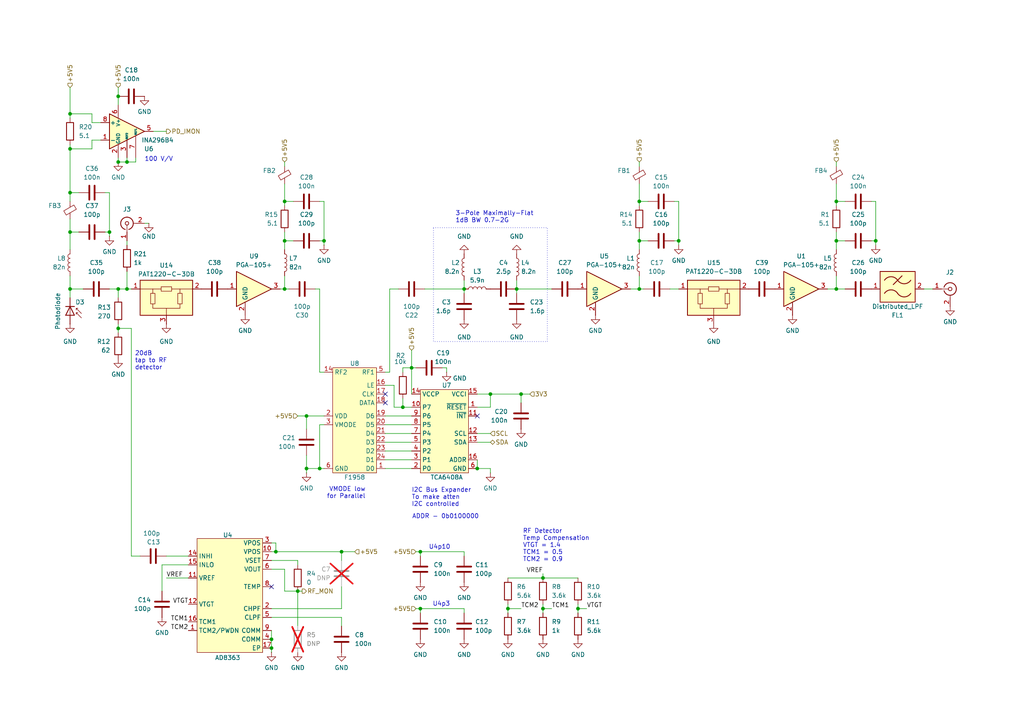
<source format=kicad_sch>
(kicad_sch (version 20250114) (generator "eeschema") (generator_version "9.0")
  (paper "A4")
  (title_block (title "FRX schematic") (date "2024-07-01") (rev "3") (company "Caltech") (comment 1 "Kiran Shila") (comment 2 "Drawing ASP-410") (comment 3 "DSA2000"))
  (rectangle (start 125.73 66.04) (end 158.75 99.06) (stroke (width 0) (type dot)))
  (text "U4p3" (at 128.016 175.26 0) (effects (font (size 1.27 1.27))))
  (text "20dB\ntap to RF\ndetector" (at 39.116 107.442 0) (effects (font (size 1.27 1.27)) (justify left bottom)))
  (text "I2C Bus Expander\nTo make atten\nI2C controlled" (at 119.38 147.066 0) (effects (font (size 1.27 1.27)) (justify left bottom)))
  (text "100 V/V" (at 41.91 46.99 0) (effects (font (size 1.27 1.27)) (justify left bottom)))
  (text "ADDR - 0b0100000" (at 138.938 150.622 0) (effects (font (size 1.27 1.27)) (justify right bottom)))
  (text "U4p10" (at 127.508 158.75 0) (effects (font (size 1.27 1.27))))
  (text "RF Detector\nTemp Compensation\nVTGT = 1.4\nTCM1 = 0.5\nTCM2 = 0.9" (at 151.638 163.068 0) (effects (font (size 1.27 1.27)) (justify left bottom)))
  (text "VMODE low\nfor Parallel" (at 106.045 144.78 0) (effects (font (size 1.27 1.27)) (justify right bottom)))
  (text "3-Pole Maximally-Flat\n1dB BW 0.7-2G" (at 132.08 64.77 0) (effects (font (size 1.27 1.27)) (justify left bottom)))
  (junction (at 34.29 27.94))
  (junction (at 82.55 83.82))
  (junction (at 185.42 58.42))
  (junction (at 134.62 83.82))
  (junction (at 20.32 67.31))
  (junction (at 20.32 33.02))
  (junction (at 20.32 43.18))
  (junction (at 254 69.85))
  (junction (at 20.32 55.88))
  (junction (at 34.29 46.99))
  (junction (at 147.32 176.53))
  (junction (at 242.57 58.42))
  (junction (at 185.42 69.85))
  (junction (at 34.29 83.82))
  (junction (at 80.01 160.02))
  (junction (at 149.86 83.82))
  (junction (at 242.57 83.82))
  (junction (at 82.55 58.42))
  (junction (at 92.71 135.89))
  (junction (at 34.29 95.25))
  (junction (at 142.24 114.3))
  (junction (at 31.75 67.31))
  (junction (at 36.83 46.99))
  (junction (at 36.83 83.82))
  (junction (at 78.74 185.42))
  (junction (at 88.9 120.65))
  (junction (at 196.85 69.85))
  (junction (at 88.9 135.89))
  (junction (at 185.42 83.82))
  (junction (at 167.64 176.53))
  (junction (at 78.74 187.96))
  (junction (at 82.55 69.85))
  (junction (at 20.32 83.82))
  (junction (at 93.98 69.85))
  (junction (at 242.57 69.85))
  (junction (at 157.48 176.53))
  (junction (at 121.92 176.53))
  (junction (at 121.92 160.02))
  (junction (at 116.84 118.11))
  (junction (at 138.43 135.89))
  (junction (at 151.13 114.3))
  (junction (at 119.38 106.68))
  (junction (at 157.48 167.64))
  (junction (at 99.06 160.02))
  (junction (at 86.36 171.45))
  (no_connect (at 78.74 170.18))
  (no_connect (at 111.76 114.3))
  (no_connect (at 111.76 116.84))
  (no_connect (at 138.43 120.65))
  (wire (pts (xy 20.32 67.31) (xy 20.32 72.39)))
  (wire (pts (xy 29.21 35.56) (xy 26.67 35.56)))
  (wire (pts (xy 185.42 67.31) (xy 185.42 69.85)))
  (wire (pts (xy 196.85 69.85) (xy 196.85 71.12)))
  (wire (pts (xy 121.92 160.02) (xy 121.92 161.29)))
  (wire (pts (xy 99.06 160.02) (xy 80.01 160.02)))
  (wire (pts (xy 185.42 69.85) (xy 187.96 69.85)))
  (wire (pts (xy 142.24 135.89) (xy 142.24 137.16)))
  (wire (pts (xy 88.9 135.89) (xy 88.9 137.16)))
  (wire (pts (xy 119.38 106.68) (xy 119.38 114.3)))
  (wire (pts (xy 78.74 189.23) (xy 78.74 187.96)))
  (wire (pts (xy 99.06 179.07) (xy 99.06 181.61)))
  (wire (pts (xy 99.06 176.53) (xy 99.06 170.18)))
  (wire (pts (xy 87.63 171.45) (xy 86.36 171.45)))
  (wire (pts (xy 82.55 69.85) (xy 85.09 69.85)))
  (wire (pts (xy 119.38 125.73) (xy 111.76 125.73)))
  (wire (pts (xy 120.65 106.68) (xy 119.38 106.68)))
  (wire (pts (xy 142.24 118.11) (xy 142.24 114.3)))
  (wire (pts (xy 138.43 118.11) (xy 142.24 118.11)))
  (wire (pts (xy 194.31 83.82) (xy 196.85 83.82)))
  (wire (pts (xy 185.42 46.99) (xy 185.42 48.26)))
  (wire (pts (xy 38.1 95.25) (xy 38.1 161.29)))
  (wire (pts (xy 167.64 175.26) (xy 167.64 176.53)))
  (wire (pts (xy 116.84 106.68) (xy 119.38 106.68)))
  (wire (pts (xy 120.65 176.53) (xy 121.92 176.53)))
  (wire (pts (xy 20.32 25.4) (xy 20.32 33.02)))
  (wire (pts (xy 270.51 83.82) (xy 267.97 83.82)))
  (wire (pts (xy 185.42 69.85) (xy 185.42 72.39)))
  (wire (pts (xy 129.54 106.68) (xy 128.27 106.68)))
  (wire (pts (xy 119.38 135.89) (xy 111.76 135.89)))
  (wire (pts (xy 20.32 63.5) (xy 20.32 67.31)))
  (wire (pts (xy 114.3 118.11) (xy 114.3 111.76)))
  (wire (pts (xy 20.32 33.02) (xy 20.32 34.29)))
  (wire (pts (xy 82.55 67.31) (xy 82.55 69.85)))
  (wire (pts (xy 138.43 114.3) (xy 142.24 114.3)))
  (wire (pts (xy 119.38 118.11) (xy 116.84 118.11)))
  (wire (pts (xy 34.29 83.82) (xy 34.29 86.36)))
  (wire (pts (xy 119.38 128.27) (xy 111.76 128.27)))
  (wire (pts (xy 54.61 167.64) (xy 48.26 167.64)))
  (wire (pts (xy 167.64 176.53) (xy 170.18 176.53)))
  (wire (pts (xy 157.48 175.26) (xy 157.48 176.53)))
  (wire (pts (xy 91.44 83.82) (xy 92.71 83.82)))
  (wire (pts (xy 20.32 83.82) (xy 24.13 83.82)))
  (wire (pts (xy 44.45 38.1) (xy 48.26 38.1)))
  (wire (pts (xy 88.9 120.65) (xy 88.9 124.46)))
  (wire (pts (xy 129.54 106.68) (xy 129.54 107.95)))
  (wire (pts (xy 39.37 45.72) (xy 39.37 46.99)))
  (wire (pts (xy 120.65 160.02) (xy 121.92 160.02)))
  (wire (pts (xy 242.57 69.85) (xy 242.57 72.39)))
  (wire (pts (xy 185.42 80.01) (xy 185.42 83.82)))
  (wire (pts (xy 92.71 69.85) (xy 93.98 69.85)))
  (wire (pts (xy 78.74 182.88) (xy 78.74 185.42)))
  (wire (pts (xy 134.62 176.53) (xy 134.62 177.8)))
  (wire (pts (xy 134.62 83.82) (xy 134.62 85.09)))
  (wire (pts (xy 20.32 55.88) (xy 22.86 55.88)))
  (wire (pts (xy 30.48 55.88) (xy 31.75 55.88)))
  (wire (pts (xy 93.98 135.89) (xy 92.71 135.89)))
  (wire (pts (xy 121.92 160.02) (xy 134.62 160.02)))
  (wire (pts (xy 254 69.85) (xy 254 71.12)))
  (wire (pts (xy 153.67 114.3) (xy 151.13 114.3)))
  (wire (pts (xy 147.32 176.53) (xy 151.13 176.53)))
  (wire (pts (xy 29.21 40.64) (xy 26.67 40.64)))
  (wire (pts (xy 26.67 40.64) (xy 26.67 43.18)))
  (wire (pts (xy 30.48 67.31) (xy 31.75 67.31)))
  (wire (pts (xy 138.43 133.35) (xy 138.43 135.89)))
  (wire (pts (xy 39.37 46.99) (xy 36.83 46.99)))
  (wire (pts (xy 114.3 111.76) (xy 111.76 111.76)))
  (wire (pts (xy 119.38 123.19) (xy 111.76 123.19)))
  (wire (pts (xy 36.83 46.99) (xy 34.29 46.99)))
  (wire (pts (xy 196.85 58.42) (xy 196.85 69.85)))
  (wire (pts (xy 34.29 93.98) (xy 34.29 95.25)))
  (wire (pts (xy 138.43 128.27) (xy 142.24 128.27)))
  (wire (pts (xy 185.42 58.42) (xy 187.96 58.42)))
  (wire (pts (xy 86.36 171.45) (xy 82.55 171.45)))
  (wire (pts (xy 113.03 83.82) (xy 115.57 83.82)))
  (wire (pts (xy 26.67 33.02) (xy 20.32 33.02)))
  (wire (pts (xy 138.43 125.73) (xy 142.24 125.73)))
  (wire (pts (xy 93.98 120.65) (xy 88.9 120.65)))
  (wire (pts (xy 157.48 167.64) (xy 167.64 167.64)))
  (wire (pts (xy 82.55 83.82) (xy 83.82 83.82)))
  (wire (pts (xy 92.71 123.19) (xy 92.71 135.89)))
  (wire (pts (xy 20.32 83.82) (xy 20.32 86.36)))
  (wire (pts (xy 86.36 162.56) (xy 78.74 162.56)))
  (wire (pts (xy 92.71 58.42) (xy 93.98 58.42)))
  (wire (pts (xy 102.87 160.02) (xy 99.06 160.02)))
  (wire (pts (xy 121.92 176.53) (xy 121.92 177.8)))
  (wire (pts (xy 121.92 176.53) (xy 134.62 176.53)))
  (wire (pts (xy 34.29 45.72) (xy 34.29 46.99)))
  (wire (pts (xy 41.91 64.77) (xy 43.18 64.77)))
  (wire (pts (xy 242.57 58.42) (xy 245.11 58.42)))
  (wire (pts (xy 92.71 83.82) (xy 92.71 107.95)))
  (wire (pts (xy 167.64 176.53) (xy 167.64 177.8)))
  (wire (pts (xy 86.36 171.45) (xy 86.36 181.61)))
  (wire (pts (xy 252.73 58.42) (xy 254 58.42)))
  (wire (pts (xy 147.32 175.26) (xy 147.32 176.53)))
  (wire (pts (xy 242.57 83.82) (xy 245.11 83.82)))
  (wire (pts (xy 138.43 135.89) (xy 142.24 135.89)))
  (wire (pts (xy 119.38 101.6) (xy 119.38 106.68)))
  (wire (pts (xy 185.42 58.42) (xy 185.42 59.69)))
  (wire (pts (xy 92.71 107.95) (xy 93.98 107.95)))
  (wire (pts (xy 80.01 157.48) (xy 80.01 160.02)))
  (wire (pts (xy 182.88 83.82) (xy 185.42 83.82)))
  (wire (pts (xy 99.06 179.07) (xy 78.74 179.07)))
  (wire (pts (xy 252.73 69.85) (xy 254 69.85)))
  (wire (pts (xy 31.75 55.88) (xy 31.75 67.31)))
  (wire (pts (xy 36.83 45.72) (xy 36.83 46.99)))
  (wire (pts (xy 82.55 165.1) (xy 78.74 165.1)))
  (wire (pts (xy 113.03 107.95) (xy 111.76 107.95)))
  (wire (pts (xy 34.29 95.25) (xy 34.29 96.52)))
  (wire (pts (xy 242.57 67.31) (xy 242.57 69.85)))
  (wire (pts (xy 151.13 114.3) (xy 151.13 116.84)))
  (wire (pts (xy 38.1 161.29) (xy 40.64 161.29)))
  (wire (pts (xy 240.03 83.82) (xy 242.57 83.82)))
  (wire (pts (xy 113.03 107.95) (xy 113.03 83.82)))
  (wire (pts (xy 242.57 80.01) (xy 242.57 83.82)))
  (wire (pts (xy 20.32 43.18) (xy 20.32 55.88)))
  (wire (pts (xy 82.55 165.1) (xy 82.55 171.45)))
  (wire (pts (xy 88.9 132.08) (xy 88.9 135.89)))
  (wire (pts (xy 123.19 83.82) (xy 134.62 83.82)))
  (wire (pts (xy 147.32 176.53) (xy 147.32 177.8)))
  (wire (pts (xy 82.55 53.34) (xy 82.55 58.42)))
  (wire (pts (xy 26.67 35.56) (xy 26.67 33.02)))
  (wire (pts (xy 82.55 46.99) (xy 82.55 48.26)))
  (wire (pts (xy 119.38 130.81) (xy 111.76 130.81)))
  (wire (pts (xy 195.58 69.85) (xy 196.85 69.85)))
  (wire (pts (xy 134.62 160.02) (xy 134.62 161.29)))
  (wire (pts (xy 160.02 176.53) (xy 157.48 176.53)))
  (wire (pts (xy 31.75 83.82) (xy 34.29 83.82)))
  (wire (pts (xy 147.32 167.64) (xy 157.48 167.64)))
  (wire (pts (xy 38.1 83.82) (xy 36.83 83.82)))
  (wire (pts (xy 20.32 41.91) (xy 20.32 43.18)))
  (wire (pts (xy 195.58 58.42) (xy 196.85 58.42)))
  (wire (pts (xy 31.75 67.31) (xy 31.75 68.58)))
  (wire (pts (xy 93.98 69.85) (xy 93.98 71.12)))
  (wire (pts (xy 22.86 67.31) (xy 20.32 67.31)))
  (wire (pts (xy 119.38 133.35) (xy 111.76 133.35)))
  (wire (pts (xy 46.99 163.83) (xy 46.99 171.45)))
  (wire (pts (xy 242.57 69.85) (xy 245.11 69.85)))
  (wire (pts (xy 242.57 58.42) (xy 242.57 59.69)))
  (wire (pts (xy 82.55 69.85) (xy 82.55 72.39)))
  (wire (pts (xy 48.26 161.29) (xy 54.61 161.29)))
  (wire (pts (xy 185.42 53.34) (xy 185.42 58.42)))
  (wire (pts (xy 36.83 69.85) (xy 36.83 71.12)))
  (wire (pts (xy 78.74 157.48) (xy 80.01 157.48)))
  (wire (pts (xy 149.86 83.82) (xy 149.86 85.09)))
  (wire (pts (xy 88.9 120.65) (xy 86.36 120.65)))
  (wire (pts (xy 151.13 114.3) (xy 142.24 114.3)))
  (wire (pts (xy 36.83 78.74) (xy 36.83 83.82)))
  (wire (pts (xy 149.86 83.82) (xy 160.02 83.82)))
  (wire (pts (xy 149.86 81.28) (xy 149.86 83.82)))
  (wire (pts (xy 92.71 135.89) (xy 88.9 135.89)))
  (wire (pts (xy 242.57 46.99) (xy 242.57 48.26)))
  (wire (pts (xy 116.84 106.68) (xy 116.84 107.95)))
  (wire (pts (xy 82.55 58.42) (xy 85.09 58.42)))
  (wire (pts (xy 34.29 27.94) (xy 34.29 30.48)))
  (wire (pts (xy 46.99 163.83) (xy 54.61 163.83)))
  (wire (pts (xy 242.57 53.34) (xy 242.57 58.42)))
  (wire (pts (xy 157.48 176.53) (xy 157.48 177.8)))
  (wire (pts (xy 116.84 118.11) (xy 114.3 118.11)))
  (wire (pts (xy 81.28 83.82) (xy 82.55 83.82)))
  (wire (pts (xy 80.01 160.02) (xy 78.74 160.02)))
  (wire (pts (xy 20.32 80.01) (xy 20.32 83.82)))
  (wire (pts (xy 34.29 95.25) (xy 38.1 95.25)))
  (wire (pts (xy 134.62 81.28) (xy 134.62 83.82)))
  (wire (pts (xy 82.55 58.42) (xy 82.55 59.69)))
  (wire (pts (xy 93.98 58.42) (xy 93.98 69.85)))
  (wire (pts (xy 78.74 185.42) (xy 78.74 187.96)))
  (wire (pts (xy 86.36 163.83) (xy 86.36 162.56)))
  (wire (pts (xy 116.84 115.57) (xy 116.84 118.11)))
  (wire (pts (xy 254 58.42) (xy 254 69.85)))
  (wire (pts (xy 78.74 176.53) (xy 99.06 176.53)))
  (wire (pts (xy 34.29 25.4) (xy 34.29 27.94)))
  (wire (pts (xy 185.42 83.82) (xy 186.69 83.82)))
  (wire (pts (xy 99.06 162.56) (xy 99.06 160.02)))
  (wire (pts (xy 119.38 120.65) (xy 111.76 120.65)))
  (wire (pts (xy 20.32 55.88) (xy 20.32 58.42)))
  (wire (pts (xy 93.98 123.19) (xy 92.71 123.19)))
  (wire (pts (xy 26.67 43.18) (xy 20.32 43.18)))
  (wire (pts (xy 157.48 166.37) (xy 157.48 167.64)))
  (wire (pts (xy 34.29 83.82) (xy 36.83 83.82)))
  (wire (pts (xy 82.55 80.01) (xy 82.55 83.82)))
  (label "TCM1" (at 160.02 176.53 0))
  (label "VTGT" (at 170.18 176.53 0))
  (label "VTGT" (at 54.61 175.26 180))
  (label "VREF" (at 157.48 166.37 180))
  (label "TCM1" (at 54.61 180.34 180))
  (label "VREF" (at 48.26 167.64 0))
  (label "TCM2" (at 54.61 182.88 180))
  (label "TCM2" (at 151.13 176.53 0))
  (hierarchical_label "+5V5" (shape input) (at 119.38 101.6 90))
  (hierarchical_label "+5V5" (shape input) (at 185.42 46.99 90))
  (hierarchical_label "+5V5" (shape input) (at 82.55 46.99 90))
  (hierarchical_label "3V3" (shape input) (at 153.67 114.3 0))
  (hierarchical_label "+5V5" (shape input) (at 120.65 160.02 180))
  (hierarchical_label "+5V5" (shape input) (at 102.87 160.02 0))
  (hierarchical_label "+5V5" (shape input) (at 86.36 120.65 180))
  (hierarchical_label "SCL" (shape input) (at 142.24 125.73 0))
  (hierarchical_label "+5V5" (shape input) (at 120.65 176.53 180))
  (hierarchical_label "RF_MON" (shape output) (at 87.63 171.45 0))
  (hierarchical_label "+5V5" (shape input) (at 34.29 25.4 90))
  (hierarchical_label "PD_IMON" (shape output) (at 48.26 38.1 0))
  (hierarchical_label "+5V5" (shape input) (at 242.57 46.99 90))
  (hierarchical_label "SDA" (shape bidirectional) (at 142.24 128.27 0))
  (hierarchical_label "+5V5" (shape input) (at 20.32 25.4 90))
  (symbol (lib_id "Device:R") (at 34.29 90.17 180) (unit 1)
    (property "Reference" "R13" (at 30.226 89.154 0))
    (property "Value" "270" (at 30.226 91.694 0))
    (property "Footprint" "Resistor_SMD:R_0402_1005Metric" (effects (hide yes)))
    (property "Description" "Resistor" (effects (hide yes)))
    (property "MPN" "RC0402FR-07270RL" (effects (hide yes)))
    (instances (project "frx" (path "" (reference "R13") (unit 1))) (project "ftx" (path "" (reference "R7") (unit 1))))
  )
  (symbol (lib_id "Device:R") (at 185.42 63.5 0) (mirror y) (unit 1)
    (property "Reference" "R14" (at 183.515 62.23 0) (effects (justify left)))
    (property "Value" "5.1" (at 183.515 64.77 0) (effects (justify left)))
    (property "Footprint" "Resistor_SMD:R_0402_1005Metric" (effects (hide yes)))
    (property "Description" "Resistor" (effects (hide yes)))
    (property "MPN" "ERJ-2GEJ5R1X" (effects (hide yes)))
    (instances (project "frx" (path "" (reference "R14") (unit 1))) (project "ftx" (path "" (reference "R26") (unit 1))))
  )
  (symbol (lib_id "power:GND") (at 254 71.12 0) (unit 1)
    (property "Reference" "#PWR041" (effects (hide yes)))
    (property "Value" "GND" (at 254 75.565 0))
    (property "Description" "Power symbol creates a global label with name \"GND\" , ground" (effects (hide yes)))
    (instances (project "frx" (path "" (reference "#PWR041") (unit 1))) (project "ftx" (path "" (reference "#PWR028") (unit 1))))
  )
  (symbol (lib_id "Device:R") (at 147.32 171.45 0) (unit 1)
    (property "Reference" "R6" (at 149.86 170.18 0) (effects (justify left)))
    (property "Value" "5.6k" (at 149.86 172.72 0) (effects (justify left)))
    (property "Footprint" "Resistor_SMD:R_0402_1005Metric" (effects (hide yes)))
    (property "Description" "Resistor" (effects (hide yes)))
    (property "MPN" "RC0402FR-075K6L" (effects (hide yes)))
    (instances (project "frx" (path "" (reference "R6") (unit 1))) (project "ftx" (path "" (reference "R33") (unit 1)) (path "" (reference "R9") (unit 1))))
  )
  (symbol (lib_id "power:GND") (at 121.92 185.42 0) (unit 1)
    (property "Reference" "#PWR019" (effects (hide yes)))
    (property "Value" "GND" (at 121.92 189.865 0))
    (property "Description" "Power symbol creates a global label with name \"GND\" , ground" (effects (hide yes)))
    (instances (project "frx" (path "" (reference "#PWR019") (unit 1))) (project "ftx" (path "" (reference "#PWR024") (unit 1))))
  )
  (symbol (lib_id "power:GND") (at 275.59 88.9 0) (unit 1)
    (property "Reference" "#PWR037" (effects (hide yes)))
    (property "Value" "GND" (at 275.59 93.345 0))
    (property "Description" "Power symbol creates a global label with name \"GND\" , ground" (effects (hide yes)))
    (instances (project "frx" (path "" (reference "#PWR037") (unit 1))) (project "ftx" (path "" (reference "#PWR022") (unit 1))))
  )
  (symbol (lib_id "power:GND") (at 134.62 92.71 0) (unit 1)
    (property "Reference" "#PWR01" (effects (hide yes)))
    (property "Value" "GND" (at 134.62 97.79 0))
    (property "Description" "Power symbol creates a global label with name \"GND\" , ground" (effects (hide yes)))
  )
  (symbol (lib_id "power:GND") (at 229.87 91.44 0) (unit 1)
    (property "Reference" "#PWR040" (effects (hide yes)))
    (property "Value" "GND" (at 229.87 95.885 0))
    (property "Description" "Power symbol creates a global label with name \"GND\" , ground" (effects (hide yes)))
    (instances (project "frx" (path "" (reference "#PWR040") (unit 1))) (project "ftx" (path "" (reference "#PWR022") (unit 1))))
  )
  (symbol (lib_id "Device:L") (at 134.62 77.47 0) (mirror y) (unit 1)
    (property "Reference" "L2" (at 133.35 76.2 0) (effects (justify left)))
    (property "Value" "8.2n" (at 133.35 78.74 0) (effects (justify left)))
    (property "Footprint" "Inductor_SMD:L_0402_1005Metric" (effects (hide yes)))
    (property "Datasheet" "https://search.murata.co.jp/Ceramy/image/img/P02/JELF243A-0050.pdf" (effects (hide yes)))
    (property "Description" "Inductor" (effects (hide yes)))
    (property "MPN" "LQW15AN8N2G00D" (effects (hide yes)))
  )
  (symbol (lib_id "Device:C") (at 26.67 55.88 90) (unit 1)
    (property "Reference" "C36" (at 26.67 48.895 90))
    (property "Value" "100n" (at 26.67 51.435 90))
    (property "Footprint" "Capacitor_SMD:C_0402_1005Metric" (effects (hide yes)))
    (property "Description" "Unpolarized capacitor" (effects (hide yes)))
    (property "MPN" "CL05B104KP5NNNC" (effects (hide yes)))
    (instances (project "frx" (path "" (reference "C36") (unit 1))) (project "ftx" (path "" (reference "C43") (unit 1))))
  )
  (symbol (lib_id "power:GND") (at 149.86 92.71 0) (unit 1)
    (property "Reference" "#PWR011" (effects (hide yes)))
    (property "Value" "GND" (at 149.86 97.79 0))
    (property "Description" "Power symbol creates a global label with name \"GND\" , ground" (effects (hide yes)))
  )
  (symbol (lib_id "Device:R") (at 157.48 171.45 0) (unit 1)
    (property "Reference" "R8" (at 160.02 170.18 0) (effects (justify left)))
    (property "Value" "3.6k" (at 160.02 172.72 0) (effects (justify left)))
    (property "Footprint" "Resistor_SMD:R_0402_1005Metric" (effects (hide yes)))
    (property "Description" "Resistor" (effects (hide yes)))
    (property "MPN" "RC0402FR-073K6L" (effects (hide yes)))
    (instances (project "frx" (path "" (reference "R8") (unit 1))) (project "ftx" (path "" (reference "R33") (unit 1)) (path "" (reference "R37") (unit 1))))
  )
  (symbol (lib_id "Device:C") (at 121.92 181.61 0) (unit 1)
    (property "Reference" "C10" (at 125.73 180.34 0) (effects (justify left)))
    (property "Value" "100n" (at 125.73 182.88 0) (effects (justify left)))
    (property "Footprint" "Capacitor_SMD:C_0402_1005Metric" (effects (hide yes)))
    (property "Description" "Unpolarized capacitor" (effects (hide yes)))
    (property "MPN" "CL05B104KP5NNNC" (effects (hide yes)))
    (instances (project "frx" (path "" (reference "C10") (unit 1))) (project "ftx" (path "" (reference "C20") (unit 1))))
  )
  (symbol (lib_id "Device:C") (at 248.92 69.85 90) (unit 1)
    (property "Reference" "C25" (at 248.92 62.23 90))
    (property "Value" "100p" (at 248.92 64.77 90))
    (property "Footprint" "Capacitor_SMD:C_0402_1005Metric" (effects (hide yes)))
    (property "Description" "Unpolarized capacitor" (effects (hide yes)))
    (property "MPN" "CBR04C101J3GAC" (effects (hide yes)))
    (instances (project "frx" (path "" (reference "C25") (unit 1))) (project "ftx" (path "" (reference "C14") (unit 1))))
  )
  (symbol (lib_id "Device:C") (at 99.06 185.42 0) (unit 1)
    (property "Reference" "C8" (at 102.87 184.15 0) (effects (justify left)))
    (property "Value" "100n" (at 102.87 186.69 0) (effects (justify left)))
    (property "Footprint" "Capacitor_SMD:C_0402_1005Metric" (effects (hide yes)))
    (property "Description" "Unpolarized capacitor" (effects (hide yes)))
    (property "MPN" "CL05B104KP5NNNC" (effects (hide yes)))
    (instances (project "frx" (path "" (reference "C8") (unit 1))) (project "ftx" (path "" (reference "C16") (unit 1))))
  )
  (symbol (lib_id "power:GND") (at 151.13 124.46 0) (mirror y) (unit 1)
    (property "Reference" "#PWR034" (effects (hide yes)))
    (property "Value" "GND" (at 151.13 128.905 0))
    (property "Description" "Power symbol creates a global label with name \"GND\" , ground" (effects (hide yes)))
    (instances (project "frx" (path "" (reference "#PWR034") (unit 1))) (project "ftx" (path "" (reference "#PWR070") (unit 1))))
  )
  (symbol (lib_id "Device:C") (at 27.94 83.82 90) (unit 1)
    (property "Reference" "C35" (at 27.94 76.2 90))
    (property "Value" "100p" (at 27.94 78.74 90))
    (property "Footprint" "Capacitor_SMD:C_0402_1005Metric" (effects (hide yes)))
    (property "Description" "Unpolarized capacitor" (effects (hide yes)))
    (property "MPN" "CBR04C101J3GAC" (effects (hide yes)))
    (instances (project "frx" (path "" (reference "C35") (unit 1))) (project "ftx" (path "" (reference "C15") (unit 1))))
  )
  (symbol (lib_id "Connector:Conn_Coaxial") (at 36.83 64.77 90) (unit 1)
    (property "Reference" "J3" (at 36.83 60.706 90))
    (property "Value" "Conn_Coaxial" (effects (hide yes)))
    (property "Footprint" "DSA2K:SMP_EdgeMount_PE44482" (effects (hide yes)))
    (property "Description" "coaxial connector (BNC, SMA, SMB, SMC, Cinch/RCA, LEMO, ...)" (effects (hide yes)))
    (property "MPN" "PE44482" (effects (hide yes)))
  )
  (symbol (lib_id "Device:C") (at 190.5 83.82 90) (unit 1)
    (property "Reference" "C17" (at 190.5 76.2 90))
    (property "Value" "100p" (at 190.5 78.74 90))
    (property "Footprint" "Capacitor_SMD:C_0402_1005Metric" (effects (hide yes)))
    (property "Description" "Unpolarized capacitor" (effects (hide yes)))
    (property "MPN" "CBR04C101J3GAC" (effects (hide yes)))
    (instances (project "frx" (path "" (reference "C17") (unit 1))) (project "ftx" (path "" (reference "C15") (unit 1))))
  )
  (symbol (lib_id "Device:C") (at 121.92 165.1 0) (unit 1)
    (property "Reference" "C9" (at 125.73 163.83 0) (effects (justify left)))
    (property "Value" "100n" (at 125.73 166.37 0) (effects (justify left)))
    (property "Footprint" "Capacitor_SMD:C_0402_1005Metric" (effects (hide yes)))
    (property "Description" "Unpolarized capacitor" (effects (hide yes)))
    (property "MPN" "CL05B104KP5NNNC" (effects (hide yes)))
    (instances (project "frx" (path "" (reference "C9") (unit 1))) (project "ftx" (path "" (reference "C10") (unit 1))))
  )
  (symbol (lib_id "Device:C") (at 163.83 83.82 90) (unit 1)
    (property "Reference" "C27" (at 163.83 76.2 90))
    (property "Value" "100p" (at 163.83 78.74 90))
    (property "Footprint" "Capacitor_SMD:C_0402_1005Metric" (effects (hide yes)))
    (property "Description" "Unpolarized capacitor" (effects (hide yes)))
    (property "MPN" "CBR04C101J3GAC" (effects (hide yes)))
    (instances (project "frx" (path "" (reference "C27") (unit 1))) (project "ftx" (path "" (reference "C15") (unit 1))))
  )
  (symbol (lib_id "power:GND") (at 41.91 27.94 0) (mirror y) (unit 1)
    (property "Reference" "#PWR032" (effects (hide yes)))
    (property "Value" "GND" (at 41.91 32.385 0))
    (property "Description" "Power symbol creates a global label with name \"GND\" , ground" (effects (hide yes)))
    (instances (project "frx" (path "" (reference "#PWR032") (unit 1))) (project "ftx" (path "" (reference "#PWR060") (unit 1)) (path "" (reference "#PWR069") (unit 1))))
  )
  (symbol (lib_id "Device:R") (at 86.36 185.42 0) (unit 1) (in_bom no) (dnp yes)
    (property "Reference" "R5" (at 88.9 184.15 0) (effects (justify left)))
    (property "Value" "DNP" (at 88.9 186.69 0) (effects (justify left)))
    (property "Footprint" "Resistor_SMD:R_0402_1005Metric" (effects (hide yes)))
    (property "Description" "Resistor" (effects (hide yes)))
    (property "MPN" "-" (effects (hide yes)))
    (instances (project "frx" (path "" (reference "R5") (unit 1))) (project "ftx" (path "" (reference "R40") (unit 1))))
  )
  (symbol (lib_id "Device:C") (at 134.62 165.1 180) (unit 1)
    (property "Reference" "C11" (at 137.795 163.83 0) (effects (justify right)))
    (property "Value" "100p" (at 137.795 166.37 0) (effects (justify right)))
    (property "Footprint" "Capacitor_SMD:C_0402_1005Metric" (effects (hide yes)))
    (property "Description" "Unpolarized capacitor" (effects (hide yes)))
    (property "MPN" "CBR04C101J3GAC" (effects (hide yes)))
    (instances (project "frx" (path "" (reference "C11") (unit 1))) (project "ftx" (path "" (reference "C17") (unit 1))))
  )
  (symbol (lib_id "Device:C") (at 220.98 83.82 90) (unit 1)
    (property "Reference" "C39" (at 220.98 76.2 90))
    (property "Value" "100p" (at 220.98 78.74 90))
    (property "Footprint" "Capacitor_SMD:C_0402_1005Metric" (effects (hide yes)))
    (property "Description" "Unpolarized capacitor" (effects (hide yes)))
    (property "MPN" "CBR04C101J3GAC" (effects (hide yes)))
    (instances (project "frx" (path "" (reference "C39") (unit 1))) (project "ftx" (path "" (reference "C15") (unit 1))))
  )
  (symbol (lib_id "power:GND") (at 121.92 168.91 0) (unit 1)
    (property "Reference" "#PWR018" (effects (hide yes)))
    (property "Value" "GND" (at 121.92 173.355 0))
    (property "Description" "Power symbol creates a global label with name \"GND\" , ground" (effects (hide yes)))
  )
  (symbol (lib_id "power:GND") (at 172.72 91.44 0) (unit 1)
    (property "Reference" "#PWR029" (effects (hide yes)))
    (property "Value" "GND" (at 172.72 95.885 0))
    (property "Description" "Power symbol creates a global label with name \"GND\" , ground" (effects (hide yes)))
    (instances (project "frx" (path "" (reference "#PWR029") (unit 1))) (project "ftx" (path "" (reference "#PWR022") (unit 1))))
  )
  (symbol (lib_id "Device:FerriteBead_Small") (at 242.57 50.8 0) (mirror y) (unit 1)
    (property "Reference" "FB4" (at 240.03 49.4919 0) (effects (justify left)))
    (property "Value" "BLM15PG100SN1D" (effects (hide yes)))
    (property "Footprint" "Inductor_SMD:L_0402_1005Metric" (effects (hide yes)))
    (property "Datasheet" "https://www.murata.com/en-us/products/productdata/8796740059166/ENFA0018.pdf" (effects (hide yes)))
    (property "Description" "Ferrite bead, small symbol" (effects (hide yes)))
    (property "MPN" "BLM15PG100SN1D" (effects (hide yes)))
    (instances (project "frx" (path "" (reference "FB4") (unit 1))) (project "ftx" (path "" (reference "FB3") (unit 1))))
  )
  (symbol (lib_id "power:GND") (at 48.26 93.98 0) (unit 1)
    (property "Reference" "#PWR052" (effects (hide yes)))
    (property "Value" "GND" (at 48.26 99.06 0))
    (property "Description" "Power symbol creates a global label with name \"GND\" , ground" (effects (hide yes)))
  )
  (symbol (lib_id "DSA2K:AD8363") (at 66.04 171.45 0) (unit 1)
    (property "Reference" "U4" (at 66.04 155.194 0))
    (property "Value" "AD8363" (at 66.04 190.754 0))
    (property "Footprint" "Package_CSP:Analog_LFCSP-16-1EP_4x4mm_P0.65mm_EP2.35x2.35mm_ThermalVias" (effects (hide yes)))
    (property "Datasheet" "https://www.analog.com/media/en/technical-documentation/data-sheets/AD8363.pdf" (effects (hide yes)))
    (property "Description" "50 Hz to 6 GHz 50 dB TruPwr™ Detector" (effects (hide yes)))
    (property "MPN" "AD8363ACPZ-R7" (effects (hide yes)))
    (instances (project "frx" (path "" (reference "U4") (unit 1))) (project "ftx" (path "" (reference "U8") (unit 1))))
  )
  (symbol (lib_id "Device:R") (at 34.29 100.33 0) (mirror y) (unit 1)
    (property "Reference" "R12" (at 32.004 99.06 0) (effects (justify left)))
    (property "Value" "62" (at 32.004 101.6 0) (effects (justify left)))
    (property "Footprint" "Resistor_SMD:R_0402_1005Metric" (effects (hide yes)))
    (property "Description" "Resistor" (effects (hide yes)))
    (property "MPN" "RC0402FR-0762RL" (effects (hide yes)))
    (instances (project "frx" (path "" (reference "R12") (unit 1))) (project "ftx" (path "" (reference "R25") (unit 1))))
  )
  (symbol (lib_id "RF:PAT1220-C-3DB") (at 207.01 86.36 0) (unit 1)
    (property "Reference" "U15" (at 207.01 76.2 0))
    (property "Value" "PAT1220-C-3DB" (at 207.01 78.74 0))
    (property "Footprint" "DSA2K:RF_Attenuator_Susumu_PAT1220" (effects (hide yes)))
    (property "Datasheet" "https://www.susumu.co.jp/common/pdf/n_catalog_partition16_en.pdf" (effects (hide yes)))
    (property "Description" "10GHz RF Attenuator, 50ohm Matched Impedance, 3dB Attenuation, PAT1220" (effects (hide yes)))
    (property "MPN" "PAT1220-C-3DB-T5" (effects (hide yes)))
  )
  (symbol (lib_id "RF:PAT1220-C-3DB") (at 48.26 86.36 0) (unit 1)
    (property "Reference" "U14" (at 48.26 76.962 0))
    (property "Value" "PAT1220-C-3DB" (at 48.26 79.502 0))
    (property "Footprint" "DSA2K:RF_Attenuator_Susumu_PAT1220" (effects (hide yes)))
    (property "Datasheet" "https://www.susumu.co.jp/common/pdf/n_catalog_partition16_en.pdf" (effects (hide yes)))
    (property "Description" "10GHz RF Attenuator, 50ohm Matched Impedance, 3dB Attenuation, PAT1220" (effects (hide yes)))
    (property "MPN" "PAT1220-C-3DB-T5" (effects (hide yes)))
  )
  (symbol (lib_id "power:GND") (at 31.75 68.58 0) (unit 1)
    (property "Reference" "#PWR050" (effects (hide yes)))
    (property "Value" "GND" (at 31.75 73.025 0))
    (property "Description" "Power symbol creates a global label with name \"GND\" , ground" (effects (hide yes)))
    (instances (project "frx" (path "" (reference "#PWR050") (unit 1))) (project "ftx" (path "" (reference "#PWR028") (unit 1))))
  )
  (symbol (lib_id "Device:R") (at 20.32 38.1 0) (unit 1)
    (property "Reference" "R20" (at 22.86 36.83 0) (effects (justify left)))
    (property "Value" "5.1" (at 22.86 39.37 0) (effects (justify left)))
    (property "Footprint" "Resistor_SMD:R_0402_1005Metric" (effects (hide yes)))
    (property "Description" "Resistor" (effects (hide yes)))
    (property "MPN" "RC0402FR-075R1L" (effects (hide yes)))
  )
  (symbol (lib_id "Device:C") (at 119.38 83.82 90) (mirror x) (unit 1)
    (property "Reference" "C22" (at 119.38 91.44 90))
    (property "Value" "100p" (at 119.38 88.9 90))
    (property "Footprint" "Capacitor_SMD:C_0402_1005Metric" (effects (hide yes)))
    (property "Description" "Unpolarized capacitor" (effects (hide yes)))
    (property "MPN" "CBR04C101J3GAC" (effects (hide yes)))
    (instances (project "frx" (path "" (reference "C22") (unit 1))) (project "ftx" (path "" (reference "C15") (unit 1))))
  )
  (symbol (lib_id "DSA2K:INA296B4") (at 36.83 38.1 0) (unit 1)
    (property "Reference" "U6" (at 43.18 43.18 0))
    (property "Value" "INA296B4" (at 45.72 40.64 0))
    (property "Footprint" "Package_TO_SOT_SMD:SOT-23-8" (effects (hide yes)))
    (property "Datasheet" "https://www.ti.com/lit/ds/symlink/ina296b.pdf" (effects (hide yes)))
    (property "Description" "–5 V to 110 V, Bidirectional, 1.1 MHz, 8 V/μs, Ultra-Precise Current Sense Amplifier, SOT-23-8, G=100" (effects (hide yes)))
    (property "MPN" "INA296B4IDDFR" (effects (hide yes)))
    (instances (project "frx" (path "" (reference "U6") (unit 1))) (project "ftx" (path "" (reference "U11") (unit 1)) (path "" (reference "U17") (unit 1))))
  )
  (symbol (lib_id "power:GND") (at 34.29 46.99 0) (mirror y) (unit 1)
    (property "Reference" "#PWR031" (effects (hide yes)))
    (property "Value" "GND" (at 34.29 51.435 0))
    (property "Description" "Power symbol creates a global label with name \"GND\" , ground" (effects (hide yes)))
    (instances (project "frx" (path "" (reference "#PWR031") (unit 1))) (project "ftx" (path "" (reference "#PWR039") (unit 1))))
  )
  (symbol (lib_id "Device:L") (at 20.32 76.2 0) (mirror y) (unit 1)
    (property "Reference" "L8" (at 19.05 74.93 0) (effects (justify left)))
    (property "Value" "82n" (at 19.05 77.47 0) (effects (justify left)))
    (property "Footprint" "Inductor_SMD:L_0402_1005Metric" (effects (hide yes)))
    (property "Datasheet" "https://search.murata.co.jp/Ceramy/image/img/P02/JELF243A-0050.pdf" (effects (hide yes)))
    (property "Description" "Inductor" (effects (hide yes)))
    (property "MPN" "LQW15AN82NG00D" (effects (hide yes)))
    (instances (project "frx" (path "" (reference "L8") (unit 1))) (project "ftx" (path "" (reference "L3") (unit 1))))
  )
  (symbol (lib_id "power:GND") (at 167.64 185.42 0) (unit 1)
    (property "Reference" "#PWR026" (effects (hide yes)))
    (property "Value" "GND" (at 167.64 189.865 0))
    (property "Description" "Power symbol creates a global label with name \"GND\" , ground" (effects (hide yes)))
    (instances (project "frx" (path "" (reference "#PWR026") (unit 1))) (project "ftx" (path "" (reference "#PWR032") (unit 1))))
  )
  (symbol (lib_id "Device:C") (at 87.63 83.82 90) (mirror x) (unit 1)
    (property "Reference" "C30" (at 87.63 91.44 90))
    (property "Value" "100p" (at 87.63 88.9 90))
    (property "Footprint" "Capacitor_SMD:C_0402_1005Metric" (effects (hide yes)))
    (property "Description" "Unpolarized capacitor" (effects (hide yes)))
    (property "MPN" "CBR04C101J3GAC" (effects (hide yes)))
    (instances (project "frx" (path "" (reference "C30") (unit 1))) (project "ftx" (path "" (reference "C15") (unit 1))))
  )
  (symbol (lib_id "power:GND") (at 78.74 189.23 0) (mirror y) (unit 1)
    (property "Reference" "#PWR023" (effects (hide yes)))
    (property "Value" "GND" (at 78.74 193.675 0))
    (property "Description" "Power symbol creates a global label with name \"GND\" , ground" (effects (hide yes)))
  )
  (symbol (lib_id "power:GND") (at 134.62 73.66 180) (unit 1)
    (property "Reference" "#PWR038" (effects (hide yes)))
    (property "Value" "GND" (at 134.62 68.58 0))
    (property "Description" "Power symbol creates a global label with name \"GND\" , ground" (effects (hide yes)))
  )
  (symbol (lib_id "DSA2K:ADL5611") (at 73.66 83.82 0) (unit 1)
    (property "Reference" "U9" (at 73.66 74.295 0))
    (property "Value" "PGA-105+" (at 73.66 76.835 0))
    (property "Footprint" "DSA2K:SOT89-HighTemp" (effects (hide yes)))
    (property "Datasheet" "https://www.minicircuits.com/pdfs/PGA-105+.pdf" (effects (hide yes)))
    (property "Description" "40 MHz to 2.6 GHz low-noise amplifier" (effects (hide yes)))
    (property "MPN" "PGA-105+" (effects (hide yes)))
    (instances (project "frx" (path "" (reference "U9") (unit 1))) (project "ftx" (path "" (reference "U6") (unit 1))))
  )
  (symbol (lib_id "Device:L") (at 138.43 83.82 90) (unit 1)
    (property "Reference" "L3" (at 138.43 78.74 90))
    (property "Value" "5.9n" (at 138.43 81.28 90))
    (property "Footprint" "Inductor_SMD:L_0402_1005Metric" (effects (hide yes)))
    (property "Datasheet" "https://search.murata.co.jp/Ceramy/image/img/P02/JELF243A-0050.pdf" (effects (hide yes)))
    (property "Description" "Inductor" (effects (hide yes)))
    (property "MPN" "LQW15AN5N9B80D" (effects (hide yes)))
  )
  (symbol (lib_id "power:GND") (at 93.98 71.12 0) (unit 1)
    (property "Reference" "#PWR043" (effects (hide yes)))
    (property "Value" "GND" (at 93.98 75.565 0))
    (property "Description" "Power symbol creates a global label with name \"GND\" , ground" (effects (hide yes)))
    (instances (project "frx" (path "" (reference "#PWR043") (unit 1))) (project "ftx" (path "" (reference "#PWR028") (unit 1))))
  )
  (symbol (lib_id "power:GND") (at 43.18 64.77 0) (unit 1)
    (property "Reference" "#PWR051" (effects (hide yes)))
    (property "Value" "GND" (at 43.18 68.58 0))
    (property "Description" "Power symbol creates a global label with name \"GND\" , ground" (effects (hide yes)))
    (instances (project "frx" (path "" (reference "#PWR051") (unit 1))) (project "ftx" (path "" (reference "#PWR028") (unit 1))))
  )
  (symbol (lib_id "Device:C") (at 88.9 58.42 90) (unit 1)
    (property "Reference" "C28" (at 88.9 51.435 90))
    (property "Value" "100n" (at 88.9 53.975 90))
    (property "Footprint" "Capacitor_SMD:C_0402_1005Metric" (effects (hide yes)))
    (property "Description" "Unpolarized capacitor" (effects (hide yes)))
    (property "MPN" "CL05B104KP5NNNC" (effects (hide yes)))
    (instances (project "frx" (path "" (reference "C28") (unit 1))) (project "ftx" (path "" (reference "C43") (unit 1))))
  )
  (symbol (lib_id "power:GND") (at 71.12 91.44 0) (unit 1)
    (property "Reference" "#PWR042" (effects (hide yes)))
    (property "Value" "GND" (at 71.12 95.885 0))
    (property "Description" "Power symbol creates a global label with name \"GND\" , ground" (effects (hide yes)))
    (instances (project "frx" (path "" (reference "#PWR042") (unit 1))) (project "ftx" (path "" (reference "#PWR022") (unit 1))))
  )
  (symbol (lib_id "power:GND") (at 20.32 93.98 0) (unit 1)
    (property "Reference" "#PWR049" (effects (hide yes)))
    (property "Value" "GND" (at 20.32 99.06 0))
    (property "Description" "Power symbol creates a global label with name \"GND\" , ground" (effects (hide yes)))
  )
  (symbol (lib_id "power:GND") (at 46.99 179.07 0) (mirror y) (unit 1)
    (property "Reference" "#PWR027" (effects (hide yes)))
    (property "Value" "GND" (at 46.99 183.515 0))
    (property "Description" "Power symbol creates a global label with name \"GND\" , ground" (effects (hide yes)))
    (instances (project "frx" (path "" (reference "#PWR027") (unit 1))) (project "ftx" (path "" (reference "#PWR030") (unit 1))))
  )
  (symbol (lib_id "Device:FerriteBead_Small") (at 20.32 60.96 0) (mirror y) (unit 1)
    (property "Reference" "FB3" (at 17.78 59.6519 0) (effects (justify left)))
    (property "Value" "BLM15PG100SN1D" (effects (hide yes)))
    (property "Footprint" "Inductor_SMD:L_0402_1005Metric" (effects (hide yes)))
    (property "Datasheet" "https://www.murata.com/en-us/products/productdata/8796740059166/ENFA0018.pdf" (effects (hide yes)))
    (property "Description" "Ferrite bead, small symbol" (effects (hide yes)))
    (property "MPN" "BLM15PG100SN1D" (effects (hide yes)))
  )
  (symbol (lib_id "power:GND") (at 142.24 137.16 0) (mirror y) (unit 1)
    (property "Reference" "#PWR035" (effects (hide yes)))
    (property "Value" "GND" (at 142.24 141.605 0))
    (property "Description" "Power symbol creates a global label with name \"GND\" , ground" (effects (hide yes)))
    (instances (project "frx" (path "" (reference "#PWR035") (unit 1))) (project "ftx" (path "" (reference "#PWR015") (unit 1))))
  )
  (symbol (lib_id "Device:C") (at 88.9 69.85 90) (unit 1)
    (property "Reference" "C29" (at 88.9 62.23 90))
    (property "Value" "100p" (at 88.9 64.77 90))
    (property "Footprint" "Capacitor_SMD:C_0402_1005Metric" (effects (hide yes)))
    (property "Description" "Unpolarized capacitor" (effects (hide yes)))
    (property "MPN" "CBR04C101J3GAC" (effects (hide yes)))
    (instances (project "frx" (path "" (reference "C29") (unit 1))) (project "ftx" (path "" (reference "C14") (unit 1))))
  )
  (symbol (lib_id "DSA2K:ADL5611") (at 175.26 83.82 0) (unit 1)
    (property "Reference" "U5" (at 175.26 74.295 0))
    (property "Value" "PGA-105+" (at 175.26 76.835 0))
    (property "Footprint" "DSA2K:SOT89-HighTemp" (effects (hide yes)))
    (property "Datasheet" "https://www.minicircuits.com/pdfs/PGA-105+.pdf" (effects (hide yes)))
    (property "Description" "40 MHz to 2.6 GHz low-noise amplifier" (effects (hide yes)))
    (property "MPN" "PGA-105+" (effects (hide yes)))
    (instances (project "frx" (path "" (reference "U5") (unit 1))) (project "ftx" (path "" (reference "U6") (unit 1))))
  )
  (symbol (lib_id "Device:L") (at 82.55 76.2 0) (unit 1)
    (property "Reference" "L7" (at 83.82 74.93 0) (effects (justify left)))
    (property "Value" "82n" (at 83.82 77.47 0) (effects (justify left)))
    (property "Footprint" "Inductor_SMD:L_0402_1005Metric" (effects (hide yes)))
    (property "Datasheet" "https://search.murata.co.jp/Ceramy/image/img/P02/JELF243A-0050.pdf" (effects (hide yes)))
    (property "Description" "Inductor" (effects (hide yes)))
    (property "MPN" "LQW15AN82NG00D" (effects (hide yes)))
    (instances (project "frx" (path "" (reference "L7") (unit 1))) (project "ftx" (path "" (reference "L3") (unit 1))))
  )
  (symbol (lib_id "power:GND") (at 99.06 189.23 0) (mirror y) (unit 1)
    (property "Reference" "#PWR015" (effects (hide yes)))
    (property "Value" "GND" (at 99.06 193.675 0))
    (property "Description" "Power symbol creates a global label with name \"GND\" , ground" (effects (hide yes)))
    (instances (project "frx" (path "" (reference "#PWR015") (unit 1))) (project "ftx" (path "" (reference "#PWR021") (unit 1))))
  )
  (symbol (lib_id "Device:C") (at 191.77 58.42 90) (unit 1)
    (property "Reference" "C15" (at 191.77 51.435 90))
    (property "Value" "100n" (at 191.77 53.975 90))
    (property "Footprint" "Capacitor_SMD:C_0402_1005Metric" (effects (hide yes)))
    (property "Description" "Unpolarized capacitor" (effects (hide yes)))
    (property "MPN" "CL05B104KP5NNNC" (effects (hide yes)))
    (instances (project "frx" (path "" (reference "C15") (unit 1))) (project "ftx" (path "" (reference "C43") (unit 1))))
  )
  (symbol (lib_id "Device:R") (at 147.32 181.61 0) (unit 1)
    (property "Reference" "R7" (at 149.86 180.34 0) (effects (justify left)))
    (property "Value" "3.6k" (at 149.86 182.88 0) (effects (justify left)))
    (property "Footprint" "Resistor_SMD:R_0402_1005Metric" (effects (hide yes)))
    (property "Description" "Resistor" (effects (hide yes)))
    (property "MPN" "RC0402FR-073K6L" (effects (hide yes)))
    (instances (project "frx" (path "" (reference "R7") (unit 1))) (project "ftx" (path "" (reference "R34") (unit 1)) (path "" (reference "R10") (unit 1))))
  )
  (symbol (lib_id "Device:L") (at 242.57 76.2 0) (mirror y) (unit 1)
    (property "Reference" "L5" (at 241.3 74.93 0) (effects (justify left)))
    (property "Value" "82n" (at 241.3 77.47 0) (effects (justify left)))
    (property "Footprint" "Inductor_SMD:L_0402_1005Metric" (effects (hide yes)))
    (property "Datasheet" "https://search.murata.co.jp/Ceramy/image/img/P02/JELF243A-0050.pdf" (effects (hide yes)))
    (property "Description" "Inductor" (effects (hide yes)))
    (property "MPN" "LQW15AN82NG00D" (effects (hide yes)))
    (instances (project "frx" (path "" (reference "L5") (unit 1))) (project "ftx" (path "" (reference "L3") (unit 1))))
  )
  (symbol (lib_id "Device:L") (at 185.42 76.2 0) (mirror y) (unit 1)
    (property "Reference" "L1" (at 184.15 74.93 0) (effects (justify left)))
    (property "Value" "82n" (at 184.15 77.47 0) (effects (justify left)))
    (property "Footprint" "Inductor_SMD:L_0402_1005Metric" (effects (hide yes)))
    (property "Datasheet" "https://search.murata.co.jp/Ceramy/image/img/P02/JELF243A-0050.pdf" (effects (hide yes)))
    (property "Description" "Inductor" (effects (hide yes)))
    (property "MPN" "LQW15AN82NG00D" (effects (hide yes)))
    (instances (project "frx" (path "" (reference "L1") (unit 1))) (project "ftx" (path "" (reference "L3") (unit 1))))
  )
  (symbol (lib_name "Conn_Coaxial_1") (lib_id "Connector:Conn_Coaxial") (at 275.59 83.82 0) (unit 1)
    (property "Reference" "J2" (at 274.32 78.994 0) (effects (justify left)))
    (property "Value" "Conn_Coaxial" (effects (hide yes)))
    (property "Footprint" "DSA2K:SMP_MSLD_PCT_19" (effects (hide yes)))
    (property "Description" "coaxial connector (BNC, SMA, SMB, SMC, Cinch/RCA, LEMO, ...)" (effects (hide yes)))
    (property "MPN" "SMP_MSLD_PCT_19" (effects (hide yes)))
  )
  (symbol (lib_id "Device:R") (at 82.55 63.5 0) (mirror y) (unit 1)
    (property "Reference" "R15" (at 80.645 62.23 0) (effects (justify left)))
    (property "Value" "5.1" (at 80.645 64.77 0) (effects (justify left)))
    (property "Footprint" "Resistor_SMD:R_0402_1005Metric" (effects (hide yes)))
    (property "Description" "Resistor" (effects (hide yes)))
    (property "MPN" "ERJ-2GEJ5R1X" (effects (hide yes)))
    (instances (project "frx" (path "" (reference "R15") (unit 1))) (project "ftx" (path "" (reference "R26") (unit 1))))
  )
  (symbol (lib_id "Device:C") (at 88.9 128.27 0) (mirror y) (unit 1)
    (property "Reference" "C21" (at 85.725 127 0) (effects (justify left)))
    (property "Value" "100n" (at 85.725 129.54 0) (effects (justify left)))
    (property "Footprint" "Capacitor_SMD:C_0402_1005Metric" (effects (hide yes)))
    (property "Description" "Unpolarized capacitor" (effects (hide yes)))
    (property "MPN" "CL05B104KP5NNNC" (effects (hide yes)))
    (instances (project "frx" (path "" (reference "C21") (unit 1))) (project "ftx" (path "" (reference "C11") (unit 1))))
  )
  (symbol (lib_id "Device:C") (at 149.86 88.9 0) (unit 1)
    (property "Reference" "C23" (at 153.67 87.63 0) (effects (justify left)))
    (property "Value" "1.6p" (at 153.67 90.17 0) (effects (justify left)))
    (property "Footprint" "Capacitor_SMD:C_0402_1005Metric" (effects (hide yes)))
    (property "Description" "Unpolarized capacitor" (effects (hide yes)))
    (property "MPN" "GJM1555C1H1R6WB01D" (effects (hide yes)))
  )
  (symbol (lib_id "power:GND") (at 88.9 137.16 0) (mirror y) (unit 1)
    (property "Reference" "#PWR036" (effects (hide yes)))
    (property "Value" "GND" (at 88.9 141.605 0))
    (property "Description" "Power symbol creates a global label with name \"GND\" , ground" (effects (hide yes)))
    (instances (project "frx" (path "" (reference "#PWR036") (unit 1))) (project "ftx" (path "" (reference "#PWR020") (unit 1))))
  )
  (symbol (lib_id "Device:R") (at 116.84 111.76 0) (unit 1)
    (property "Reference" "R2" (at 114.808 103.124 0) (effects (justify left)))
    (property "Value" "10k" (at 114.3 104.902 0) (effects (justify left)))
    (property "Footprint" "Resistor_SMD:R_0402_1005Metric" (effects (hide yes)))
    (property "Description" "Resistor" (effects (hide yes)))
    (property "MPN" "RC0402FR-0710KL" (effects (hide yes)))
  )
  (symbol (lib_id "Device:C") (at 134.62 88.9 0) (mirror y) (unit 1)
    (property "Reference" "C3" (at 130.81 87.63 0) (effects (justify left)))
    (property "Value" "1.6p" (at 130.81 90.17 0) (effects (justify left)))
    (property "Footprint" "Capacitor_SMD:C_0402_1005Metric" (effects (hide yes)))
    (property "Description" "Unpolarized capacitor" (effects (hide yes)))
    (property "MPN" "GJM1555C1H1R6WB01D" (effects (hide yes)))
  )
  (symbol (lib_id "power:GND") (at 147.32 185.42 0) (unit 1)
    (property "Reference" "#PWR024" (effects (hide yes)))
    (property "Value" "GND" (at 147.32 189.865 0))
    (property "Description" "Power symbol creates a global label with name \"GND\" , ground" (effects (hide yes)))
    (instances (project "frx" (path "" (reference "#PWR024") (unit 1))) (project "ftx" (path "" (reference "#PWR071") (unit 1))))
  )
  (symbol (lib_id "power:GND") (at 207.01 93.98 0) (unit 1)
    (property "Reference" "#PWR053" (effects (hide yes)))
    (property "Value" "GND" (at 207.01 99.06 0))
    (property "Description" "Power symbol creates a global label with name \"GND\" , ground" (effects (hide yes)))
  )
  (symbol (lib_id "power:GND") (at 157.48 185.42 0) (unit 1)
    (property "Reference" "#PWR025" (effects (hide yes)))
    (property "Value" "GND" (at 157.48 189.865 0))
    (property "Description" "Power symbol creates a global label with name \"GND\" , ground" (effects (hide yes)))
    (instances (project "frx" (path "" (reference "#PWR025") (unit 1))) (project "ftx" (path "" (reference "#PWR034") (unit 1))))
  )
  (symbol (lib_id "Device:C") (at 191.77 69.85 90) (unit 1)
    (property "Reference" "C16" (at 191.77 62.23 90))
    (property "Value" "100p" (at 191.77 64.77 90))
    (property "Footprint" "Capacitor_SMD:C_0402_1005Metric" (effects (hide yes)))
    (property "Description" "Unpolarized capacitor" (effects (hide yes)))
    (property "MPN" "CBR04C101J3GAC" (effects (hide yes)))
    (instances (project "frx" (path "" (reference "C16") (unit 1))) (project "ftx" (path "" (reference "C14") (unit 1))))
  )
  (symbol (lib_id "Device:R") (at 167.64 181.61 0) (unit 1)
    (property "Reference" "R11" (at 170.18 180.34 0) (effects (justify left)))
    (property "Value" "5.6k" (at 170.18 182.88 0) (effects (justify left)))
    (property "Footprint" "Resistor_SMD:R_0402_1005Metric" (effects (hide yes)))
    (property "Description" "Resistor" (effects (hide yes)))
    (property "MPN" "RC0402FR-075K6L" (effects (hide yes)))
    (instances (project "frx" (path "" (reference "R11") (unit 1))) (project "ftx" (path "" (reference "R5") (unit 1))))
  )
  (symbol (lib_id "power:GND") (at 196.85 71.12 0) (unit 1)
    (property "Reference" "#PWR030" (effects (hide yes)))
    (property "Value" "GND" (at 196.85 75.565 0))
    (property "Description" "Power symbol creates a global label with name \"GND\" , ground" (effects (hide yes)))
    (instances (project "frx" (path "" (reference "#PWR030") (unit 1))) (project "ftx" (path "" (reference "#PWR028") (unit 1))))
  )
  (symbol (lib_id "Device:C") (at 134.62 181.61 180) (unit 1)
    (property "Reference" "C12" (at 137.795 180.34 0) (effects (justify right)))
    (property "Value" "100p" (at 137.795 182.88 0) (effects (justify right)))
    (property "Footprint" "Capacitor_SMD:C_0402_1005Metric" (effects (hide yes)))
    (property "Description" "Unpolarized capacitor" (effects (hide yes)))
    (property "MPN" "CBR04C101J3GAC" (effects (hide yes)))
    (instances (project "frx" (path "" (reference "C12") (unit 1))) (project "ftx" (path "" (reference "C45") (unit 1))))
  )
  (symbol (lib_id "Device:C") (at 99.06 166.37 0) (mirror y) (unit 1) (in_bom no) (dnp yes)
    (property "Reference" "C7" (at 95.885 165.1 0) (effects (justify left)))
    (property "Value" "DNP" (at 95.885 167.64 0) (effects (justify left)))
    (property "Footprint" "Capacitor_SMD:C_0402_1005Metric" (effects (hide yes)))
    (property "Description" "Unpolarized capacitor" (effects (hide yes)))
    (property "MPN" "-" (effects (hide yes)))
    (instances (project "frx" (path "" (reference "C7") (unit 1))) (project "ftx" (path "" (reference "C18") (unit 1))))
  )
  (symbol (lib_id "Device:FerriteBead_Small") (at 185.42 50.8 0) (mirror y) (unit 1)
    (property "Reference" "FB1" (at 182.88 49.4919 0) (effects (justify left)))
    (property "Value" "BLM15PG100SN1D" (effects (hide yes)))
    (property "Footprint" "Inductor_SMD:L_0402_1005Metric" (effects (hide yes)))
    (property "Datasheet" "https://www.murata.com/en-us/products/productdata/8796740059166/ENFA0018.pdf" (effects (hide yes)))
    (property "Description" "Ferrite bead, small symbol" (effects (hide yes)))
    (property "MPN" "BLM15PG100SN1D" (effects (hide yes)))
    (instances (project "frx" (path "" (reference "FB1") (unit 1))) (project "ftx" (path "" (reference "FB3") (unit 1))))
  )
  (symbol (lib_id "power:GND") (at 129.54 107.95 0) (mirror y) (unit 1)
    (property "Reference" "#PWR033" (effects (hide yes)))
    (property "Value" "GND" (at 133.35 109.728 0))
    (property "Description" "Power symbol creates a global label with name \"GND\" , ground" (effects (hide yes)))
  )
  (symbol (lib_id "Device:C") (at 146.05 83.82 90) (unit 1)
    (property "Reference" "C4" (at 146.05 76.2 90))
    (property "Value" "2.5p" (at 146.05 78.74 90))
    (property "Footprint" "Capacitor_SMD:C_0402_1005Metric" (effects (hide yes)))
    (property "Description" "Unpolarized capacitor" (effects (hide yes)))
    (property "MPN" "GJM1555C1H2R5WB01D" (effects (hide yes)))
  )
  (symbol (lib_id "Device:C") (at 248.92 58.42 90) (unit 1)
    (property "Reference" "C24" (at 248.92 51.435 90))
    (property "Value" "100n" (at 248.92 53.975 90))
    (property "Footprint" "Capacitor_SMD:C_0402_1005Metric" (effects (hide yes)))
    (property "Description" "Unpolarized capacitor" (effects (hide yes)))
    (property "MPN" "CL05B104KP5NNNC" (effects (hide yes)))
    (instances (project "frx" (path "" (reference "C24") (unit 1))) (project "ftx" (path "" (reference "C43") (unit 1))))
  )
  (symbol (lib_id "DSA2K:Distributed_LPF") (at 260.35 83.82 0) (unit 1) (in_bom no)
    (property "Reference" "FL1" (at 260.35 91.44 0))
    (property "Value" "Distributed_LPF" (at 260.35 88.9 0))
    (property "Footprint" "DSA2K:AA_Filter" (effects (hide yes)))
    (property "MPN" "-" (effects (hide yes)))
  )
  (symbol (lib_id "Device:C") (at 62.23 83.82 90) (mirror x) (unit 1)
    (property "Reference" "C38" (at 62.23 76.2 90))
    (property "Value" "100p" (at 62.23 78.74 90))
    (property "Footprint" "Capacitor_SMD:C_0402_1005Metric" (effects (hide yes)))
    (property "Description" "Unpolarized capacitor" (effects (hide yes)))
    (property "MPN" "CBR04C101J3GAC" (effects (hide yes)))
    (instances (project "frx" (path "" (reference "C38") (unit 1))) (project "ftx" (path "" (reference "C49") (unit 1))))
  )
  (symbol (lib_id "Device:D_Photo") (at 20.32 91.44 270) (unit 1)
    (property "Reference" "D3" (at 21.844 87.63 90) (effects (justify left)))
    (property "Value" "Photodiode" (at 16.764 84.836 0) (effects (justify left)))
    (property "Footprint" "DSA2K:MountedPD" (effects (hide yes)))
    (property "Datasheet" "https://www.agxtech.com/PDF/PPDA+R5.6.pdf" (effects (hide yes)))
    (property "Description" "Photodiode" (effects (hide yes)))
    (property "MPN" "PPDA-S" (effects (hide yes)))
    (property "kicost:pricing" "1:$19.00; 5000:$8.50" (effects (hide yes)))
  )
  (symbol (lib_id "Device:C") (at 151.13 120.65 0) (mirror y) (unit 1)
    (property "Reference" "C20" (at 147.32 119.38 0) (effects (justify left)))
    (property "Value" "100n" (at 147.32 121.92 0) (effects (justify left)))
    (property "Footprint" "Capacitor_SMD:C_0402_1005Metric" (effects (hide yes)))
    (property "Description" "Unpolarized capacitor" (effects (hide yes)))
    (property "MPN" "CL05B104KP5NNNC" (effects (hide yes)))
    (instances (project "frx" (path "" (reference "C20") (unit 1))) (project "ftx" (path "" (reference "C44") (unit 1))))
  )
  (symbol (lib_id "power:GND") (at 134.62 185.42 0) (unit 1)
    (property "Reference" "#PWR021" (effects (hide yes)))
    (property "Value" "GND" (at 134.62 189.865 0))
    (property "Description" "Power symbol creates a global label with name \"GND\" , ground" (effects (hide yes)))
    (instances (project "frx" (path "" (reference "#PWR021") (unit 1))) (project "ftx" (path "" (reference "#PWR025") (unit 1))))
  )
  (symbol (lib_id "Device:C") (at 26.67 67.31 90) (unit 1)
    (property "Reference" "C37" (at 26.67 59.69 90))
    (property "Value" "100p" (at 26.67 62.23 90))
    (property "Footprint" "Capacitor_SMD:C_0402_1005Metric" (effects (hide yes)))
    (property "Description" "Unpolarized capacitor" (effects (hide yes)))
    (property "MPN" "CBR04C101J3GAC" (effects (hide yes)))
    (instances (project "frx" (path "" (reference "C37") (unit 1))) (project "ftx" (path "" (reference "C14") (unit 1))))
  )
  (symbol (lib_id "DSA2K:F1958") (at 102.87 121.92 0) (mirror y) (unit 1)
    (property "Reference" "U8" (at 102.87 105.41 0))
    (property "Value" "F1958" (at 102.87 138.43 0))
    (property "Footprint" "Package_DFN_QFN:TQFN-24-1EP_4x4mm_P0.5mm_EP2.6x2.6mm_ThermalVias" (effects (hide yes)))
    (property "Datasheet" "https://www.renesas.com/us/en/document/dst/f1958-datasheet?r=456991" (effects (hide yes)))
    (property "Description" "7-Bit 0.25dB Digital Step Attenuator 1MHz to 6GHz" (effects (hide yes)))
    (property "MPN" "F1958NBGK" (effects (hide yes)))
    (instances (project "frx" (path "" (reference "U8") (unit 1))) (project "ftx" (path "" (reference "U5") (unit 1))))
  )
  (symbol (lib_id "power:GND") (at 34.29 104.14 0) (mirror y) (unit 1)
    (property "Reference" "#PWR028" (effects (hide yes)))
    (property "Value" "GND" (at 34.29 108.585 0))
    (property "Description" "Power symbol creates a global label with name \"GND\" , ground" (effects (hide yes)))
    (instances (project "frx" (path "" (reference "#PWR028") (unit 1))) (project "ftx" (path "" (reference "#PWR026") (unit 1))))
  )
  (symbol (lib_id "Device:C") (at 124.46 106.68 90) (mirror x) (unit 1)
    (property "Reference" "C19" (at 128.524 102.362 90))
    (property "Value" "100n" (at 128.524 104.902 90))
    (property "Footprint" "Capacitor_SMD:C_0402_1005Metric" (effects (hide yes)))
    (property "Description" "Unpolarized capacitor" (effects (hide yes)))
    (property "MPN" "CL05B104KP5NNNC" (effects (hide yes)))
  )
  (symbol (lib_id "Device:C") (at 38.1 27.94 270) (unit 1)
    (property "Reference" "C18" (at 38.1 20.32 90))
    (property "Value" "100n" (at 38.1 22.86 90))
    (property "Footprint" "Capacitor_SMD:C_0402_1005Metric" (effects (hide yes)))
    (property "Description" "Unpolarized capacitor" (effects (hide yes)))
    (property "MPN" "CL05B104KP5NNNC" (effects (hide yes)))
    (instances (project "frx" (path "" (reference "C18") (unit 1))) (project "ftx" (path "" (reference "C41") (unit 1)) (path "" (reference "C26") (unit 1))))
  )
  (symbol (lib_id "Device:L") (at 149.86 77.47 0) (unit 1)
    (property "Reference" "L4" (at 151.13 76.2 0) (effects (justify left)))
    (property "Value" "8.2n" (at 151.13 78.74 0) (effects (justify left)))
    (property "Footprint" "Inductor_SMD:L_0402_1005Metric" (effects (hide yes)))
    (property "Datasheet" "https://search.murata.co.jp/Ceramy/image/img/P02/JELF243A-0050.pdf" (effects (hide yes)))
    (property "Description" "Inductor" (effects (hide yes)))
    (property "MPN" "LQW15AN8N2G00D" (effects (hide yes)))
  )
  (symbol (lib_id "power:GND") (at 149.86 73.66 180) (unit 1)
    (property "Reference" "#PWR039" (effects (hide yes)))
    (property "Value" "GND" (at 149.86 68.58 0))
    (property "Description" "Power symbol creates a global label with name \"GND\" , ground" (effects (hide yes)))
  )
  (symbol (lib_id "Device:R") (at 86.36 167.64 0) (unit 1)
    (property "Reference" "R4" (at 88.9 166.37 0) (effects (justify left)))
    (property "Value" "0" (at 88.9 168.91 0) (effects (justify left)))
    (property "Footprint" "Resistor_SMD:R_0402_1005Metric" (effects (hide yes)))
    (property "Description" "Resistor" (effects (hide yes)))
    (property "MPN" "RC0402FR-070RL" (effects (hide yes)))
    (instances (project "frx" (path "" (reference "R4") (unit 1))) (project "ftx" (path "" (reference "R2") (unit 1))))
  )
  (symbol (lib_id "Device:C") (at 44.45 161.29 270) (mirror x) (unit 1)
    (property "Reference" "C13" (at 46.482 157.226 90) (effects (justify right)))
    (property "Value" "100p" (at 46.482 154.686 90) (effects (justify right)))
    (property "Footprint" "Capacitor_SMD:C_0402_1005Metric" (effects (hide yes)))
    (property "Description" "Unpolarized capacitor" (effects (hide yes)))
    (property "MPN" "CBR04C101J3GAC" (effects (hide yes)))
    (instances (project "frx" (path "" (reference "C13") (unit 1))) (project "ftx" (path "" (reference "C49") (unit 1))))
  )
  (symbol (lib_id "Device:R") (at 242.57 63.5 0) (mirror y) (unit 1)
    (property "Reference" "R1" (at 240.665 62.23 0) (effects (justify left)))
    (property "Value" "5.1" (at 240.665 64.77 0) (effects (justify left)))
    (property "Footprint" "Resistor_SMD:R_0402_1005Metric" (effects (hide yes)))
    (property "Description" "Resistor" (effects (hide yes)))
    (property "MPN" "RC0402FR-075R1L" (effects (hide yes)))
    (instances (project "frx" (path "" (reference "R1") (unit 1))) (project "ftx" (path "" (reference "R26") (unit 1))))
  )
  (symbol (lib_id "Device:C") (at 46.99 175.26 0) (mirror x) (unit 1)
    (property "Reference" "C14" (at 43.815 173.99 0) (effects (justify right)))
    (property "Value" "100p" (at 43.815 176.53 0) (effects (justify right)))
    (property "Footprint" "Capacitor_SMD:C_0402_1005Metric" (effects (hide yes)))
    (property "Description" "Unpolarized capacitor" (effects (hide yes)))
    (property "MPN" "CBR04C101J3GAC" (effects (hide yes)))
    (instances (project "frx" (path "" (reference "C14") (unit 1))) (project "ftx" (path "" (reference "C48") (unit 1))))
  )
  (symbol (lib_id "power:GND") (at 134.62 168.91 0) (unit 1)
    (property "Reference" "#PWR020" (effects (hide yes)))
    (property "Value" "GND" (at 134.62 173.355 0))
    (property "Description" "Power symbol creates a global label with name \"GND\" , ground" (effects (hide yes)))
    (instances (project "frx" (path "" (reference "#PWR020") (unit 1))) (project "ftx" (path "" (reference "#PWR019") (unit 1))))
  )
  (symbol (lib_id "Device:C") (at 248.92 83.82 90) (unit 1)
    (property "Reference" "C26" (at 248.92 76.2 90))
    (property "Value" "100p" (at 248.92 78.74 90))
    (property "Footprint" "Capacitor_SMD:C_0402_1005Metric" (effects (hide yes)))
    (property "Description" "Unpolarized capacitor" (effects (hide yes)))
    (property "MPN" "CBR04C101J3GAC" (effects (hide yes)))
    (instances (project "frx" (path "" (reference "C26") (unit 1))) (project "ftx" (path "" (reference "C15") (unit 1))))
  )
  (symbol (lib_id "DSA2K:TCA6408A") (at 129.54 125.73 0) (mirror y) (unit 1)
    (property "Reference" "U7" (at 129.54 111.76 0))
    (property "Value" "TCA6408A" (at 129.54 138.43 0))
    (property "Footprint" "Package_DFN_QFN:QFN-16-1EP_3x3mm_P0.5mm_EP1.45x1.45mm" (effects (hide yes)))
    (property "Datasheet" "https://www.ti.com/lit/ds/symlink/tca6408a.pdf" (effects (hide yes)))
    (property "Description" "TCA6408A Low-Voltage 8-Bit I2C and SMBus I/O Expander With Interrupt Output, Reset, and Configuration Registers" (effects (hide yes)))
    (property "MPN" "TCA6408ARGTR" (effects (hide yes)))
    (instances (project "frx" (path "" (reference "U7") (unit 1))) (project "ftx" (path "" (reference "U3") (unit 1))))
  )
  (symbol (lib_id "DSA2K:ADL5611") (at 232.41 83.82 0) (unit 1)
    (property "Reference" "U1" (at 232.41 74.295 0))
    (property "Value" "PGA-105+" (at 232.41 76.835 0))
    (property "Footprint" "DSA2K:SOT89-HighTemp" (effects (hide yes)))
    (property "Datasheet" "https://www.minicircuits.com/pdfs/PGA-105+.pdf" (effects (hide yes)))
    (property "Description" "40 MHz to 2.6 GHz low-noise amplifier" (effects (hide yes)))
    (property "MPN" "PGA-105+" (effects (hide yes)))
    (instances (project "frx" (path "" (reference "U1") (unit 1))) (project "ftx" (path "" (reference "U6") (unit 1))))
  )
  (symbol (lib_id "Device:R") (at 167.64 171.45 180) (unit 1)
    (property "Reference" "R10" (at 170.18 170.18 0) (effects (justify right)))
    (property "Value" "3.6k" (at 170.18 172.72 0) (effects (justify right)))
    (property "Footprint" "Resistor_SMD:R_0402_1005Metric" (effects (hide yes)))
    (property "Description" "Resistor" (effects (hide yes)))
    (property "MPN" "RC0402FR-073K6L" (effects (hide yes)))
    (instances (project "frx" (path "" (reference "R10") (unit 1))) (project "ftx" (path "" (reference "R38") (unit 1))))
  )
  (symbol (lib_id "power:GND") (at 86.36 189.23 0) (mirror y) (unit 1)
    (property "Reference" "#PWR022" (effects (hide yes)))
    (property "Value" "GND" (at 86.36 193.675 0))
    (property "Description" "Power symbol creates a global label with name \"GND\" , ground" (effects (hide yes)))
    (instances (project "frx" (path "" (reference "#PWR022") (unit 1))) (project "ftx" (path "" (reference "#PWR068") (unit 1))))
  )
  (symbol (lib_id "Device:R") (at 157.48 181.61 0) (unit 1)
    (property "Reference" "R9" (at 160.02 180.34 0) (effects (justify left)))
    (property "Value" "1k" (at 160.02 182.88 0) (effects (justify left)))
    (property "Footprint" "Resistor_SMD:R_0402_1005Metric" (effects (hide yes)))
    (property "Description" "Resistor" (effects (hide yes)))
    (property "MPN" "RC0402FR-071KL" (effects (hide yes)))
    (instances (project "frx" (path "" (reference "R9") (unit 1))) (project "ftx" (path "" (reference "R34") (unit 1)) (path "" (reference "R8") (unit 1))))
  )
  (symbol (lib_id "Device:FerriteBead_Small") (at 82.55 50.8 0) (mirror y) (unit 1)
    (property "Reference" "FB2" (at 80.01 49.4919 0) (effects (justify left)))
    (property "Value" "BLM15PG100SN1D" (effects (hide yes)))
    (property "Footprint" "Inductor_SMD:L_0402_1005Metric" (effects (hide yes)))
    (property "Datasheet" "https://www.murata.com/en-us/products/productdata/8796740059166/ENFA0018.pdf" (effects (hide yes)))
    (property "Description" "Ferrite bead, small symbol" (effects (hide yes)))
    (property "MPN" "BLM15PG100SN1D" (effects (hide yes)))
    (instances (project "frx" (path "" (reference "FB2") (unit 1))) (project "ftx" (path "" (reference "FB3") (unit 1))))
  )
  (symbol (lib_id "Device:R") (at 36.83 74.93 0) (unit 1)
    (property "Reference" "R21" (at 38.735 73.66 0) (effects (justify left)))
    (property "Value" "1k" (at 38.735 76.2 0) (effects (justify left)))
    (property "Footprint" "Resistor_SMD:R_0402_1005Metric" (effects (hide yes)))
    (property "Description" "Resistor" (effects (hide yes)))
    (property "MPN" "RC0402FR-071KL" (effects (hide yes)))
  )
)
</source>
